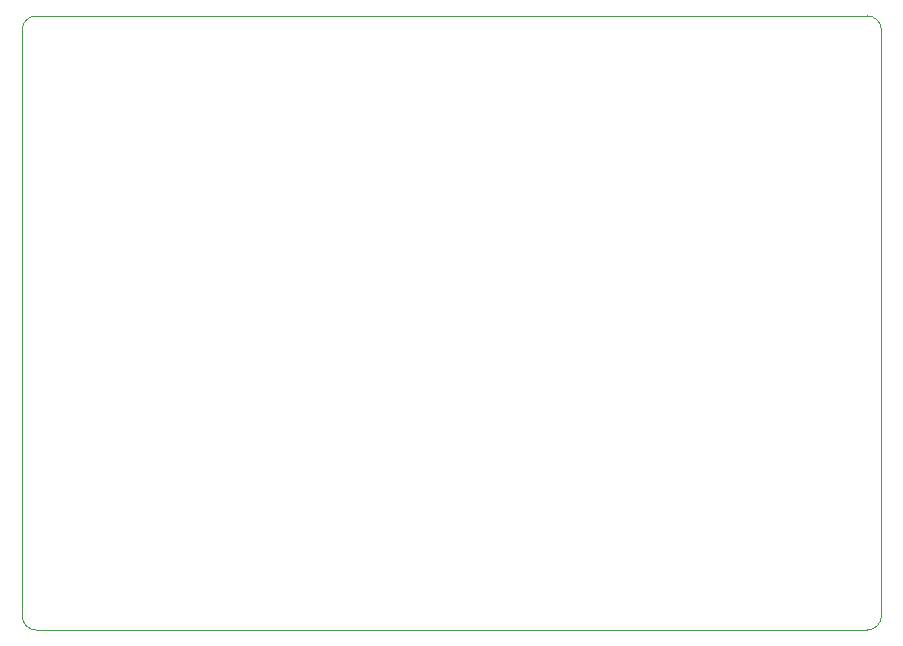
<source format=gbr>
%TF.GenerationSoftware,KiCad,Pcbnew,(6.0.4)*%
%TF.CreationDate,2022-04-06T16:34:30+03:00*%
%TF.ProjectId,Glove,476c6f76-652e-46b6-9963-61645f706362,rev?*%
%TF.SameCoordinates,Original*%
%TF.FileFunction,Profile,NP*%
%FSLAX46Y46*%
G04 Gerber Fmt 4.6, Leading zero omitted, Abs format (unit mm)*
G04 Created by KiCad (PCBNEW (6.0.4)) date 2022-04-06 16:34:30*
%MOMM*%
%LPD*%
G01*
G04 APERTURE LIST*
%TA.AperFunction,Profile*%
%ADD10C,0.100000*%
%TD*%
G04 APERTURE END LIST*
D10*
X182951500Y-57400000D02*
G75*
G03*
X181751472Y-56200000I-1200000J0D01*
G01*
X181751472Y-56200000D02*
X111400000Y-56200000D01*
X111400000Y-108200000D02*
X181751472Y-108200000D01*
X181751472Y-108199972D02*
G75*
G03*
X182951472Y-107000000I28J1199972D01*
G01*
X110200000Y-107000000D02*
G75*
G03*
X111400000Y-108200000I1200000J0D01*
G01*
X182951472Y-107000000D02*
X182951472Y-57400000D01*
X110200000Y-107000000D02*
X110200000Y-57400000D01*
X111400000Y-56200000D02*
G75*
G03*
X110200000Y-57400000I0J-1200000D01*
G01*
M02*

</source>
